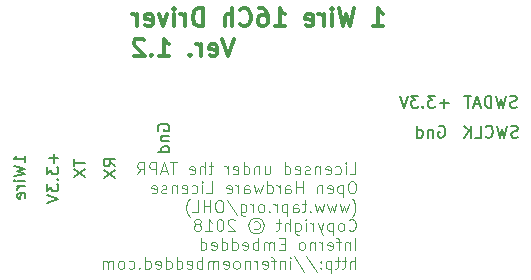
<source format=gbo>
%TF.GenerationSoftware,KiCad,Pcbnew,(5.0.1)-3*%
%TF.CreationDate,2018-12-23T10:43:27+11:00*%
%TF.ProjectId,16_Channel_SSR_Driver,31365F4368616E6E656C5F5353525F44,1.2*%
%TF.SameCoordinates,PX7c25018PY69db1f0*%
%TF.FileFunction,Legend,Bot*%
%TF.FilePolarity,Positive*%
%FSLAX46Y46*%
G04 Gerber Fmt 4.6, Leading zero omitted, Abs format (unit mm)*
G04 Created by KiCad (PCBNEW (5.0.1)-3) date 23/12/2018 10:43:27 AM*
%MOMM*%
%LPD*%
G01*
G04 APERTURE LIST*
%ADD10C,0.150000*%
%ADD11C,0.300000*%
%ADD12C,0.100000*%
G04 APERTURE END LIST*
D10*
X44552904Y-21994761D02*
X44410047Y-22042380D01*
X44171952Y-22042380D01*
X44076714Y-21994761D01*
X44029095Y-21947142D01*
X43981476Y-21851904D01*
X43981476Y-21756666D01*
X44029095Y-21661428D01*
X44076714Y-21613809D01*
X44171952Y-21566190D01*
X44362428Y-21518571D01*
X44457666Y-21470952D01*
X44505285Y-21423333D01*
X44552904Y-21328095D01*
X44552904Y-21232857D01*
X44505285Y-21137619D01*
X44457666Y-21090000D01*
X44362428Y-21042380D01*
X44124333Y-21042380D01*
X43981476Y-21090000D01*
X43648142Y-21042380D02*
X43410047Y-22042380D01*
X43219571Y-21328095D01*
X43029095Y-22042380D01*
X42791000Y-21042380D01*
X41838619Y-21947142D02*
X41886238Y-21994761D01*
X42029095Y-22042380D01*
X42124333Y-22042380D01*
X42267190Y-21994761D01*
X42362428Y-21899523D01*
X42410047Y-21804285D01*
X42457666Y-21613809D01*
X42457666Y-21470952D01*
X42410047Y-21280476D01*
X42362428Y-21185238D01*
X42267190Y-21090000D01*
X42124333Y-21042380D01*
X42029095Y-21042380D01*
X41886238Y-21090000D01*
X41838619Y-21137619D01*
X40933857Y-22042380D02*
X41410047Y-22042380D01*
X41410047Y-21042380D01*
X40600523Y-22042380D02*
X40600523Y-21042380D01*
X40029095Y-22042380D02*
X40457666Y-21470952D01*
X40029095Y-21042380D02*
X40600523Y-21613809D01*
X44457666Y-19454761D02*
X44314809Y-19502380D01*
X44076714Y-19502380D01*
X43981476Y-19454761D01*
X43933857Y-19407142D01*
X43886238Y-19311904D01*
X43886238Y-19216666D01*
X43933857Y-19121428D01*
X43981476Y-19073809D01*
X44076714Y-19026190D01*
X44267190Y-18978571D01*
X44362428Y-18930952D01*
X44410047Y-18883333D01*
X44457666Y-18788095D01*
X44457666Y-18692857D01*
X44410047Y-18597619D01*
X44362428Y-18550000D01*
X44267190Y-18502380D01*
X44029095Y-18502380D01*
X43886238Y-18550000D01*
X43552904Y-18502380D02*
X43314809Y-19502380D01*
X43124333Y-18788095D01*
X42933857Y-19502380D01*
X42695761Y-18502380D01*
X42314809Y-19502380D02*
X42314809Y-18502380D01*
X42076714Y-18502380D01*
X41933857Y-18550000D01*
X41838619Y-18645238D01*
X41791000Y-18740476D01*
X41743380Y-18930952D01*
X41743380Y-19073809D01*
X41791000Y-19264285D01*
X41838619Y-19359523D01*
X41933857Y-19454761D01*
X42076714Y-19502380D01*
X42314809Y-19502380D01*
X41362428Y-19216666D02*
X40886238Y-19216666D01*
X41457666Y-19502380D02*
X41124333Y-18502380D01*
X40791000Y-19502380D01*
X40600523Y-18502380D02*
X40029095Y-18502380D01*
X40314809Y-19502380D02*
X40314809Y-18502380D01*
X38703000Y-19121428D02*
X37941095Y-19121428D01*
X38322047Y-19502380D02*
X38322047Y-18740476D01*
X37560142Y-18502380D02*
X36941095Y-18502380D01*
X37274428Y-18883333D01*
X37131571Y-18883333D01*
X37036333Y-18930952D01*
X36988714Y-18978571D01*
X36941095Y-19073809D01*
X36941095Y-19311904D01*
X36988714Y-19407142D01*
X37036333Y-19454761D01*
X37131571Y-19502380D01*
X37417285Y-19502380D01*
X37512523Y-19454761D01*
X37560142Y-19407142D01*
X36512523Y-19407142D02*
X36464904Y-19454761D01*
X36512523Y-19502380D01*
X36560142Y-19454761D01*
X36512523Y-19407142D01*
X36512523Y-19502380D01*
X36131571Y-18502380D02*
X35512523Y-18502380D01*
X35845857Y-18883333D01*
X35703000Y-18883333D01*
X35607761Y-18930952D01*
X35560142Y-18978571D01*
X35512523Y-19073809D01*
X35512523Y-19311904D01*
X35560142Y-19407142D01*
X35607761Y-19454761D01*
X35703000Y-19502380D01*
X35988714Y-19502380D01*
X36083952Y-19454761D01*
X36131571Y-19407142D01*
X35226809Y-18502380D02*
X34893476Y-19502380D01*
X34560142Y-18502380D01*
X37853857Y-21090000D02*
X37949095Y-21042380D01*
X38091952Y-21042380D01*
X38234809Y-21090000D01*
X38330047Y-21185238D01*
X38377666Y-21280476D01*
X38425285Y-21470952D01*
X38425285Y-21613809D01*
X38377666Y-21804285D01*
X38330047Y-21899523D01*
X38234809Y-21994761D01*
X38091952Y-22042380D01*
X37996714Y-22042380D01*
X37853857Y-21994761D01*
X37806238Y-21947142D01*
X37806238Y-21613809D01*
X37996714Y-21613809D01*
X37377666Y-21375714D02*
X37377666Y-22042380D01*
X37377666Y-21470952D02*
X37330047Y-21423333D01*
X37234809Y-21375714D01*
X37091952Y-21375714D01*
X36996714Y-21423333D01*
X36949095Y-21518571D01*
X36949095Y-22042380D01*
X36044333Y-22042380D02*
X36044333Y-21042380D01*
X36044333Y-21994761D02*
X36139571Y-22042380D01*
X36330047Y-22042380D01*
X36425285Y-21994761D01*
X36472904Y-21947142D01*
X36520523Y-21851904D01*
X36520523Y-21566190D01*
X36472904Y-21470952D01*
X36425285Y-21423333D01*
X36330047Y-21375714D01*
X36139571Y-21375714D01*
X36044333Y-21423333D01*
X2865380Y-24138095D02*
X2865380Y-23566666D01*
X2865380Y-23852380D02*
X1865380Y-23852380D01*
X2008238Y-23757142D01*
X2103476Y-23661904D01*
X2151095Y-23566666D01*
X1865380Y-24471428D02*
X2865380Y-24709523D01*
X2151095Y-24900000D01*
X2865380Y-25090476D01*
X1865380Y-25328571D01*
X2865380Y-25709523D02*
X2198714Y-25709523D01*
X1865380Y-25709523D02*
X1913000Y-25661904D01*
X1960619Y-25709523D01*
X1913000Y-25757142D01*
X1865380Y-25709523D01*
X1960619Y-25709523D01*
X2865380Y-26185714D02*
X2198714Y-26185714D01*
X2389190Y-26185714D02*
X2293952Y-26233333D01*
X2246333Y-26280952D01*
X2198714Y-26376190D01*
X2198714Y-26471428D01*
X2817761Y-27185714D02*
X2865380Y-27090476D01*
X2865380Y-26900000D01*
X2817761Y-26804761D01*
X2722523Y-26757142D01*
X2341571Y-26757142D01*
X2246333Y-26804761D01*
X2198714Y-26900000D01*
X2198714Y-27090476D01*
X2246333Y-27185714D01*
X2341571Y-27233333D01*
X2436809Y-27233333D01*
X2532047Y-26757142D01*
X5278428Y-23400000D02*
X5278428Y-24161904D01*
X5659380Y-23780952D02*
X4897476Y-23780952D01*
X4659380Y-24542857D02*
X4659380Y-25161904D01*
X5040333Y-24828571D01*
X5040333Y-24971428D01*
X5087952Y-25066666D01*
X5135571Y-25114285D01*
X5230809Y-25161904D01*
X5468904Y-25161904D01*
X5564142Y-25114285D01*
X5611761Y-25066666D01*
X5659380Y-24971428D01*
X5659380Y-24685714D01*
X5611761Y-24590476D01*
X5564142Y-24542857D01*
X5564142Y-25590476D02*
X5611761Y-25638095D01*
X5659380Y-25590476D01*
X5611761Y-25542857D01*
X5564142Y-25590476D01*
X5659380Y-25590476D01*
X4659380Y-25971428D02*
X4659380Y-26590476D01*
X5040333Y-26257142D01*
X5040333Y-26400000D01*
X5087952Y-26495238D01*
X5135571Y-26542857D01*
X5230809Y-26590476D01*
X5468904Y-26590476D01*
X5564142Y-26542857D01*
X5611761Y-26495238D01*
X5659380Y-26400000D01*
X5659380Y-26114285D01*
X5611761Y-26019047D01*
X5564142Y-25971428D01*
X4659380Y-26876190D02*
X5659380Y-27209523D01*
X4659380Y-27542857D01*
X6945380Y-23876095D02*
X6945380Y-24447523D01*
X7945380Y-24161809D02*
X6945380Y-24161809D01*
X6945380Y-24685619D02*
X7945380Y-25352285D01*
X6945380Y-25352285D02*
X7945380Y-24685619D01*
X10485380Y-24471333D02*
X10009190Y-24138000D01*
X10485380Y-23899904D02*
X9485380Y-23899904D01*
X9485380Y-24280857D01*
X9533000Y-24376095D01*
X9580619Y-24423714D01*
X9675857Y-24471333D01*
X9818714Y-24471333D01*
X9913952Y-24423714D01*
X9961571Y-24376095D01*
X10009190Y-24280857D01*
X10009190Y-23899904D01*
X9485380Y-24804666D02*
X10485380Y-25471333D01*
X9485380Y-25471333D02*
X10485380Y-24804666D01*
X14105000Y-21455142D02*
X14057380Y-21359904D01*
X14057380Y-21217047D01*
X14105000Y-21074190D01*
X14200238Y-20978952D01*
X14295476Y-20931333D01*
X14485952Y-20883714D01*
X14628809Y-20883714D01*
X14819285Y-20931333D01*
X14914523Y-20978952D01*
X15009761Y-21074190D01*
X15057380Y-21217047D01*
X15057380Y-21312285D01*
X15009761Y-21455142D01*
X14962142Y-21502761D01*
X14628809Y-21502761D01*
X14628809Y-21312285D01*
X14390714Y-21931333D02*
X15057380Y-21931333D01*
X14485952Y-21931333D02*
X14438333Y-21978952D01*
X14390714Y-22074190D01*
X14390714Y-22217047D01*
X14438333Y-22312285D01*
X14533571Y-22359904D01*
X15057380Y-22359904D01*
X15057380Y-23264666D02*
X14057380Y-23264666D01*
X15009761Y-23264666D02*
X15057380Y-23169428D01*
X15057380Y-22978952D01*
X15009761Y-22883714D01*
X14962142Y-22836095D01*
X14866904Y-22788476D01*
X14581190Y-22788476D01*
X14485952Y-22836095D01*
X14438333Y-22883714D01*
X14390714Y-22978952D01*
X14390714Y-23169428D01*
X14438333Y-23264666D01*
D11*
X32323428Y-12611571D02*
X33180571Y-12611571D01*
X32752000Y-12611571D02*
X32752000Y-11111571D01*
X32894857Y-11325857D01*
X33037714Y-11468714D01*
X33180571Y-11540142D01*
X30680571Y-11111571D02*
X30323428Y-12611571D01*
X30037714Y-11540142D01*
X29752000Y-12611571D01*
X29394857Y-11111571D01*
X28823428Y-12611571D02*
X28823428Y-11611571D01*
X28823428Y-11111571D02*
X28894857Y-11183000D01*
X28823428Y-11254428D01*
X28752000Y-11183000D01*
X28823428Y-11111571D01*
X28823428Y-11254428D01*
X28109142Y-12611571D02*
X28109142Y-11611571D01*
X28109142Y-11897285D02*
X28037714Y-11754428D01*
X27966285Y-11683000D01*
X27823428Y-11611571D01*
X27680571Y-11611571D01*
X26609142Y-12540142D02*
X26752000Y-12611571D01*
X27037714Y-12611571D01*
X27180571Y-12540142D01*
X27252000Y-12397285D01*
X27252000Y-11825857D01*
X27180571Y-11683000D01*
X27037714Y-11611571D01*
X26752000Y-11611571D01*
X26609142Y-11683000D01*
X26537714Y-11825857D01*
X26537714Y-11968714D01*
X27252000Y-12111571D01*
X23966285Y-12611571D02*
X24823428Y-12611571D01*
X24394857Y-12611571D02*
X24394857Y-11111571D01*
X24537714Y-11325857D01*
X24680571Y-11468714D01*
X24823428Y-11540142D01*
X22680571Y-11111571D02*
X22966285Y-11111571D01*
X23109142Y-11183000D01*
X23180571Y-11254428D01*
X23323428Y-11468714D01*
X23394857Y-11754428D01*
X23394857Y-12325857D01*
X23323428Y-12468714D01*
X23252000Y-12540142D01*
X23109142Y-12611571D01*
X22823428Y-12611571D01*
X22680571Y-12540142D01*
X22609142Y-12468714D01*
X22537714Y-12325857D01*
X22537714Y-11968714D01*
X22609142Y-11825857D01*
X22680571Y-11754428D01*
X22823428Y-11683000D01*
X23109142Y-11683000D01*
X23252000Y-11754428D01*
X23323428Y-11825857D01*
X23394857Y-11968714D01*
X21037714Y-12468714D02*
X21109142Y-12540142D01*
X21323428Y-12611571D01*
X21466285Y-12611571D01*
X21680571Y-12540142D01*
X21823428Y-12397285D01*
X21894857Y-12254428D01*
X21966285Y-11968714D01*
X21966285Y-11754428D01*
X21894857Y-11468714D01*
X21823428Y-11325857D01*
X21680571Y-11183000D01*
X21466285Y-11111571D01*
X21323428Y-11111571D01*
X21109142Y-11183000D01*
X21037714Y-11254428D01*
X20394857Y-12611571D02*
X20394857Y-11111571D01*
X19752000Y-12611571D02*
X19752000Y-11825857D01*
X19823428Y-11683000D01*
X19966285Y-11611571D01*
X20180571Y-11611571D01*
X20323428Y-11683000D01*
X20394857Y-11754428D01*
X17894857Y-12611571D02*
X17894857Y-11111571D01*
X17537714Y-11111571D01*
X17323428Y-11183000D01*
X17180571Y-11325857D01*
X17109142Y-11468714D01*
X17037714Y-11754428D01*
X17037714Y-11968714D01*
X17109142Y-12254428D01*
X17180571Y-12397285D01*
X17323428Y-12540142D01*
X17537714Y-12611571D01*
X17894857Y-12611571D01*
X16394857Y-12611571D02*
X16394857Y-11611571D01*
X16394857Y-11897285D02*
X16323428Y-11754428D01*
X16252000Y-11683000D01*
X16109142Y-11611571D01*
X15966285Y-11611571D01*
X15466285Y-12611571D02*
X15466285Y-11611571D01*
X15466285Y-11111571D02*
X15537714Y-11183000D01*
X15466285Y-11254428D01*
X15394857Y-11183000D01*
X15466285Y-11111571D01*
X15466285Y-11254428D01*
X14894857Y-11611571D02*
X14537714Y-12611571D01*
X14180571Y-11611571D01*
X13037714Y-12540142D02*
X13180571Y-12611571D01*
X13466285Y-12611571D01*
X13609142Y-12540142D01*
X13680571Y-12397285D01*
X13680571Y-11825857D01*
X13609142Y-11683000D01*
X13466285Y-11611571D01*
X13180571Y-11611571D01*
X13037714Y-11683000D01*
X12966285Y-11825857D01*
X12966285Y-11968714D01*
X13680571Y-12111571D01*
X12323428Y-12611571D02*
X12323428Y-11611571D01*
X12323428Y-11897285D02*
X12252000Y-11754428D01*
X12180571Y-11683000D01*
X12037714Y-11611571D01*
X11894857Y-11611571D01*
X20537714Y-13661571D02*
X20037714Y-15161571D01*
X19537714Y-13661571D01*
X18466285Y-15090142D02*
X18609142Y-15161571D01*
X18894857Y-15161571D01*
X19037714Y-15090142D01*
X19109142Y-14947285D01*
X19109142Y-14375857D01*
X19037714Y-14233000D01*
X18894857Y-14161571D01*
X18609142Y-14161571D01*
X18466285Y-14233000D01*
X18394857Y-14375857D01*
X18394857Y-14518714D01*
X19109142Y-14661571D01*
X17752000Y-15161571D02*
X17752000Y-14161571D01*
X17752000Y-14447285D02*
X17680571Y-14304428D01*
X17609142Y-14233000D01*
X17466285Y-14161571D01*
X17323428Y-14161571D01*
X16823428Y-15018714D02*
X16752000Y-15090142D01*
X16823428Y-15161571D01*
X16894857Y-15090142D01*
X16823428Y-15018714D01*
X16823428Y-15161571D01*
X14180571Y-15161571D02*
X15037714Y-15161571D01*
X14609142Y-15161571D02*
X14609142Y-13661571D01*
X14752000Y-13875857D01*
X14894857Y-14018714D01*
X15037714Y-14090142D01*
X13537714Y-15018714D02*
X13466285Y-15090142D01*
X13537714Y-15161571D01*
X13609142Y-15090142D01*
X13537714Y-15018714D01*
X13537714Y-15161571D01*
X12894857Y-13804428D02*
X12823428Y-13733000D01*
X12680571Y-13661571D01*
X12323428Y-13661571D01*
X12180571Y-13733000D01*
X12109142Y-13804428D01*
X12037714Y-13947285D01*
X12037714Y-14090142D01*
X12109142Y-14304428D01*
X12966285Y-15161571D01*
X12037714Y-15161571D01*
D12*
X30335714Y-25154380D02*
X30811904Y-25154380D01*
X30811904Y-24154380D01*
X30002380Y-25154380D02*
X30002380Y-24487714D01*
X30002380Y-24154380D02*
X30050000Y-24202000D01*
X30002380Y-24249619D01*
X29954761Y-24202000D01*
X30002380Y-24154380D01*
X30002380Y-24249619D01*
X29097619Y-25106761D02*
X29192857Y-25154380D01*
X29383333Y-25154380D01*
X29478571Y-25106761D01*
X29526190Y-25059142D01*
X29573809Y-24963904D01*
X29573809Y-24678190D01*
X29526190Y-24582952D01*
X29478571Y-24535333D01*
X29383333Y-24487714D01*
X29192857Y-24487714D01*
X29097619Y-24535333D01*
X28288095Y-25106761D02*
X28383333Y-25154380D01*
X28573809Y-25154380D01*
X28669047Y-25106761D01*
X28716666Y-25011523D01*
X28716666Y-24630571D01*
X28669047Y-24535333D01*
X28573809Y-24487714D01*
X28383333Y-24487714D01*
X28288095Y-24535333D01*
X28240476Y-24630571D01*
X28240476Y-24725809D01*
X28716666Y-24821047D01*
X27811904Y-24487714D02*
X27811904Y-25154380D01*
X27811904Y-24582952D02*
X27764285Y-24535333D01*
X27669047Y-24487714D01*
X27526190Y-24487714D01*
X27430952Y-24535333D01*
X27383333Y-24630571D01*
X27383333Y-25154380D01*
X26954761Y-25106761D02*
X26859523Y-25154380D01*
X26669047Y-25154380D01*
X26573809Y-25106761D01*
X26526190Y-25011523D01*
X26526190Y-24963904D01*
X26573809Y-24868666D01*
X26669047Y-24821047D01*
X26811904Y-24821047D01*
X26907142Y-24773428D01*
X26954761Y-24678190D01*
X26954761Y-24630571D01*
X26907142Y-24535333D01*
X26811904Y-24487714D01*
X26669047Y-24487714D01*
X26573809Y-24535333D01*
X25716666Y-25106761D02*
X25811904Y-25154380D01*
X26002380Y-25154380D01*
X26097619Y-25106761D01*
X26145238Y-25011523D01*
X26145238Y-24630571D01*
X26097619Y-24535333D01*
X26002380Y-24487714D01*
X25811904Y-24487714D01*
X25716666Y-24535333D01*
X25669047Y-24630571D01*
X25669047Y-24725809D01*
X26145238Y-24821047D01*
X24811904Y-25154380D02*
X24811904Y-24154380D01*
X24811904Y-25106761D02*
X24907142Y-25154380D01*
X25097619Y-25154380D01*
X25192857Y-25106761D01*
X25240476Y-25059142D01*
X25288095Y-24963904D01*
X25288095Y-24678190D01*
X25240476Y-24582952D01*
X25192857Y-24535333D01*
X25097619Y-24487714D01*
X24907142Y-24487714D01*
X24811904Y-24535333D01*
X23145238Y-24487714D02*
X23145238Y-25154380D01*
X23573809Y-24487714D02*
X23573809Y-25011523D01*
X23526190Y-25106761D01*
X23430952Y-25154380D01*
X23288095Y-25154380D01*
X23192857Y-25106761D01*
X23145238Y-25059142D01*
X22669047Y-24487714D02*
X22669047Y-25154380D01*
X22669047Y-24582952D02*
X22621428Y-24535333D01*
X22526190Y-24487714D01*
X22383333Y-24487714D01*
X22288095Y-24535333D01*
X22240476Y-24630571D01*
X22240476Y-25154380D01*
X21335714Y-25154380D02*
X21335714Y-24154380D01*
X21335714Y-25106761D02*
X21430952Y-25154380D01*
X21621428Y-25154380D01*
X21716666Y-25106761D01*
X21764285Y-25059142D01*
X21811904Y-24963904D01*
X21811904Y-24678190D01*
X21764285Y-24582952D01*
X21716666Y-24535333D01*
X21621428Y-24487714D01*
X21430952Y-24487714D01*
X21335714Y-24535333D01*
X20478571Y-25106761D02*
X20573809Y-25154380D01*
X20764285Y-25154380D01*
X20859523Y-25106761D01*
X20907142Y-25011523D01*
X20907142Y-24630571D01*
X20859523Y-24535333D01*
X20764285Y-24487714D01*
X20573809Y-24487714D01*
X20478571Y-24535333D01*
X20430952Y-24630571D01*
X20430952Y-24725809D01*
X20907142Y-24821047D01*
X20002380Y-25154380D02*
X20002380Y-24487714D01*
X20002380Y-24678190D02*
X19954761Y-24582952D01*
X19907142Y-24535333D01*
X19811904Y-24487714D01*
X19716666Y-24487714D01*
X18764285Y-24487714D02*
X18383333Y-24487714D01*
X18621428Y-24154380D02*
X18621428Y-25011523D01*
X18573809Y-25106761D01*
X18478571Y-25154380D01*
X18383333Y-25154380D01*
X18050000Y-25154380D02*
X18050000Y-24154380D01*
X17621428Y-25154380D02*
X17621428Y-24630571D01*
X17669047Y-24535333D01*
X17764285Y-24487714D01*
X17907142Y-24487714D01*
X18002380Y-24535333D01*
X18050000Y-24582952D01*
X16764285Y-25106761D02*
X16859523Y-25154380D01*
X17050000Y-25154380D01*
X17145238Y-25106761D01*
X17192857Y-25011523D01*
X17192857Y-24630571D01*
X17145238Y-24535333D01*
X17050000Y-24487714D01*
X16859523Y-24487714D01*
X16764285Y-24535333D01*
X16716666Y-24630571D01*
X16716666Y-24725809D01*
X17192857Y-24821047D01*
X15669047Y-24154380D02*
X15097619Y-24154380D01*
X15383333Y-25154380D02*
X15383333Y-24154380D01*
X14811904Y-24868666D02*
X14335714Y-24868666D01*
X14907142Y-25154380D02*
X14573809Y-24154380D01*
X14240476Y-25154380D01*
X13907142Y-25154380D02*
X13907142Y-24154380D01*
X13526190Y-24154380D01*
X13430952Y-24202000D01*
X13383333Y-24249619D01*
X13335714Y-24344857D01*
X13335714Y-24487714D01*
X13383333Y-24582952D01*
X13430952Y-24630571D01*
X13526190Y-24678190D01*
X13907142Y-24678190D01*
X12335714Y-25154380D02*
X12669047Y-24678190D01*
X12907142Y-25154380D02*
X12907142Y-24154380D01*
X12526190Y-24154380D01*
X12430952Y-24202000D01*
X12383333Y-24249619D01*
X12335714Y-24344857D01*
X12335714Y-24487714D01*
X12383333Y-24582952D01*
X12430952Y-24630571D01*
X12526190Y-24678190D01*
X12907142Y-24678190D01*
X30621428Y-25754380D02*
X30430952Y-25754380D01*
X30335714Y-25802000D01*
X30240476Y-25897238D01*
X30192857Y-26087714D01*
X30192857Y-26421047D01*
X30240476Y-26611523D01*
X30335714Y-26706761D01*
X30430952Y-26754380D01*
X30621428Y-26754380D01*
X30716666Y-26706761D01*
X30811904Y-26611523D01*
X30859523Y-26421047D01*
X30859523Y-26087714D01*
X30811904Y-25897238D01*
X30716666Y-25802000D01*
X30621428Y-25754380D01*
X29764285Y-26087714D02*
X29764285Y-27087714D01*
X29764285Y-26135333D02*
X29669047Y-26087714D01*
X29478571Y-26087714D01*
X29383333Y-26135333D01*
X29335714Y-26182952D01*
X29288095Y-26278190D01*
X29288095Y-26563904D01*
X29335714Y-26659142D01*
X29383333Y-26706761D01*
X29478571Y-26754380D01*
X29669047Y-26754380D01*
X29764285Y-26706761D01*
X28478571Y-26706761D02*
X28573809Y-26754380D01*
X28764285Y-26754380D01*
X28859523Y-26706761D01*
X28907142Y-26611523D01*
X28907142Y-26230571D01*
X28859523Y-26135333D01*
X28764285Y-26087714D01*
X28573809Y-26087714D01*
X28478571Y-26135333D01*
X28430952Y-26230571D01*
X28430952Y-26325809D01*
X28907142Y-26421047D01*
X28002380Y-26087714D02*
X28002380Y-26754380D01*
X28002380Y-26182952D02*
X27954761Y-26135333D01*
X27859523Y-26087714D01*
X27716666Y-26087714D01*
X27621428Y-26135333D01*
X27573809Y-26230571D01*
X27573809Y-26754380D01*
X26335714Y-26754380D02*
X26335714Y-25754380D01*
X26335714Y-26230571D02*
X25764285Y-26230571D01*
X25764285Y-26754380D02*
X25764285Y-25754380D01*
X24859523Y-26754380D02*
X24859523Y-26230571D01*
X24907142Y-26135333D01*
X25002380Y-26087714D01*
X25192857Y-26087714D01*
X25288095Y-26135333D01*
X24859523Y-26706761D02*
X24954761Y-26754380D01*
X25192857Y-26754380D01*
X25288095Y-26706761D01*
X25335714Y-26611523D01*
X25335714Y-26516285D01*
X25288095Y-26421047D01*
X25192857Y-26373428D01*
X24954761Y-26373428D01*
X24859523Y-26325809D01*
X24383333Y-26754380D02*
X24383333Y-26087714D01*
X24383333Y-26278190D02*
X24335714Y-26182952D01*
X24288095Y-26135333D01*
X24192857Y-26087714D01*
X24097619Y-26087714D01*
X23335714Y-26754380D02*
X23335714Y-25754380D01*
X23335714Y-26706761D02*
X23430952Y-26754380D01*
X23621428Y-26754380D01*
X23716666Y-26706761D01*
X23764285Y-26659142D01*
X23811904Y-26563904D01*
X23811904Y-26278190D01*
X23764285Y-26182952D01*
X23716666Y-26135333D01*
X23621428Y-26087714D01*
X23430952Y-26087714D01*
X23335714Y-26135333D01*
X22954761Y-26087714D02*
X22764285Y-26754380D01*
X22573809Y-26278190D01*
X22383333Y-26754380D01*
X22192857Y-26087714D01*
X21383333Y-26754380D02*
X21383333Y-26230571D01*
X21430952Y-26135333D01*
X21526190Y-26087714D01*
X21716666Y-26087714D01*
X21811904Y-26135333D01*
X21383333Y-26706761D02*
X21478571Y-26754380D01*
X21716666Y-26754380D01*
X21811904Y-26706761D01*
X21859523Y-26611523D01*
X21859523Y-26516285D01*
X21811904Y-26421047D01*
X21716666Y-26373428D01*
X21478571Y-26373428D01*
X21383333Y-26325809D01*
X20907142Y-26754380D02*
X20907142Y-26087714D01*
X20907142Y-26278190D02*
X20859523Y-26182952D01*
X20811904Y-26135333D01*
X20716666Y-26087714D01*
X20621428Y-26087714D01*
X19907142Y-26706761D02*
X20002380Y-26754380D01*
X20192857Y-26754380D01*
X20288095Y-26706761D01*
X20335714Y-26611523D01*
X20335714Y-26230571D01*
X20288095Y-26135333D01*
X20192857Y-26087714D01*
X20002380Y-26087714D01*
X19907142Y-26135333D01*
X19859523Y-26230571D01*
X19859523Y-26325809D01*
X20335714Y-26421047D01*
X18192857Y-26754380D02*
X18669047Y-26754380D01*
X18669047Y-25754380D01*
X17859523Y-26754380D02*
X17859523Y-26087714D01*
X17859523Y-25754380D02*
X17907142Y-25802000D01*
X17859523Y-25849619D01*
X17811904Y-25802000D01*
X17859523Y-25754380D01*
X17859523Y-25849619D01*
X16954761Y-26706761D02*
X17050000Y-26754380D01*
X17240476Y-26754380D01*
X17335714Y-26706761D01*
X17383333Y-26659142D01*
X17430952Y-26563904D01*
X17430952Y-26278190D01*
X17383333Y-26182952D01*
X17335714Y-26135333D01*
X17240476Y-26087714D01*
X17050000Y-26087714D01*
X16954761Y-26135333D01*
X16145238Y-26706761D02*
X16240476Y-26754380D01*
X16430952Y-26754380D01*
X16526190Y-26706761D01*
X16573809Y-26611523D01*
X16573809Y-26230571D01*
X16526190Y-26135333D01*
X16430952Y-26087714D01*
X16240476Y-26087714D01*
X16145238Y-26135333D01*
X16097619Y-26230571D01*
X16097619Y-26325809D01*
X16573809Y-26421047D01*
X15669047Y-26087714D02*
X15669047Y-26754380D01*
X15669047Y-26182952D02*
X15621428Y-26135333D01*
X15526190Y-26087714D01*
X15383333Y-26087714D01*
X15288095Y-26135333D01*
X15240476Y-26230571D01*
X15240476Y-26754380D01*
X14811904Y-26706761D02*
X14716666Y-26754380D01*
X14526190Y-26754380D01*
X14430952Y-26706761D01*
X14383333Y-26611523D01*
X14383333Y-26563904D01*
X14430952Y-26468666D01*
X14526190Y-26421047D01*
X14669047Y-26421047D01*
X14764285Y-26373428D01*
X14811904Y-26278190D01*
X14811904Y-26230571D01*
X14764285Y-26135333D01*
X14669047Y-26087714D01*
X14526190Y-26087714D01*
X14430952Y-26135333D01*
X13573809Y-26706761D02*
X13669047Y-26754380D01*
X13859523Y-26754380D01*
X13954761Y-26706761D01*
X14002380Y-26611523D01*
X14002380Y-26230571D01*
X13954761Y-26135333D01*
X13859523Y-26087714D01*
X13669047Y-26087714D01*
X13573809Y-26135333D01*
X13526190Y-26230571D01*
X13526190Y-26325809D01*
X14002380Y-26421047D01*
X30526190Y-28735333D02*
X30573809Y-28687714D01*
X30669047Y-28544857D01*
X30716666Y-28449619D01*
X30764285Y-28306761D01*
X30811904Y-28068666D01*
X30811904Y-27878190D01*
X30764285Y-27640095D01*
X30716666Y-27497238D01*
X30669047Y-27402000D01*
X30573809Y-27259142D01*
X30526190Y-27211523D01*
X30240476Y-27687714D02*
X30050000Y-28354380D01*
X29859523Y-27878190D01*
X29669047Y-28354380D01*
X29478571Y-27687714D01*
X29192857Y-27687714D02*
X29002380Y-28354380D01*
X28811904Y-27878190D01*
X28621428Y-28354380D01*
X28430952Y-27687714D01*
X28145238Y-27687714D02*
X27954761Y-28354380D01*
X27764285Y-27878190D01*
X27573809Y-28354380D01*
X27383333Y-27687714D01*
X27002380Y-28259142D02*
X26954761Y-28306761D01*
X27002380Y-28354380D01*
X27050000Y-28306761D01*
X27002380Y-28259142D01*
X27002380Y-28354380D01*
X26669047Y-27687714D02*
X26288095Y-27687714D01*
X26526190Y-27354380D02*
X26526190Y-28211523D01*
X26478571Y-28306761D01*
X26383333Y-28354380D01*
X26288095Y-28354380D01*
X25526190Y-28354380D02*
X25526190Y-27830571D01*
X25573809Y-27735333D01*
X25669047Y-27687714D01*
X25859523Y-27687714D01*
X25954761Y-27735333D01*
X25526190Y-28306761D02*
X25621428Y-28354380D01*
X25859523Y-28354380D01*
X25954761Y-28306761D01*
X26002380Y-28211523D01*
X26002380Y-28116285D01*
X25954761Y-28021047D01*
X25859523Y-27973428D01*
X25621428Y-27973428D01*
X25526190Y-27925809D01*
X25050000Y-27687714D02*
X25050000Y-28687714D01*
X25050000Y-27735333D02*
X24954761Y-27687714D01*
X24764285Y-27687714D01*
X24669047Y-27735333D01*
X24621428Y-27782952D01*
X24573809Y-27878190D01*
X24573809Y-28163904D01*
X24621428Y-28259142D01*
X24669047Y-28306761D01*
X24764285Y-28354380D01*
X24954761Y-28354380D01*
X25050000Y-28306761D01*
X24145238Y-28354380D02*
X24145238Y-27687714D01*
X24145238Y-27878190D02*
X24097619Y-27782952D01*
X24050000Y-27735333D01*
X23954761Y-27687714D01*
X23859523Y-27687714D01*
X23526190Y-28259142D02*
X23478571Y-28306761D01*
X23526190Y-28354380D01*
X23573809Y-28306761D01*
X23526190Y-28259142D01*
X23526190Y-28354380D01*
X22907142Y-28354380D02*
X23002380Y-28306761D01*
X23050000Y-28259142D01*
X23097619Y-28163904D01*
X23097619Y-27878190D01*
X23050000Y-27782952D01*
X23002380Y-27735333D01*
X22907142Y-27687714D01*
X22764285Y-27687714D01*
X22669047Y-27735333D01*
X22621428Y-27782952D01*
X22573809Y-27878190D01*
X22573809Y-28163904D01*
X22621428Y-28259142D01*
X22669047Y-28306761D01*
X22764285Y-28354380D01*
X22907142Y-28354380D01*
X22145238Y-28354380D02*
X22145238Y-27687714D01*
X22145238Y-27878190D02*
X22097619Y-27782952D01*
X22050000Y-27735333D01*
X21954761Y-27687714D01*
X21859523Y-27687714D01*
X21097619Y-27687714D02*
X21097619Y-28497238D01*
X21145238Y-28592476D01*
X21192857Y-28640095D01*
X21288095Y-28687714D01*
X21430952Y-28687714D01*
X21526190Y-28640095D01*
X21097619Y-28306761D02*
X21192857Y-28354380D01*
X21383333Y-28354380D01*
X21478571Y-28306761D01*
X21526190Y-28259142D01*
X21573809Y-28163904D01*
X21573809Y-27878190D01*
X21526190Y-27782952D01*
X21478571Y-27735333D01*
X21383333Y-27687714D01*
X21192857Y-27687714D01*
X21097619Y-27735333D01*
X19907142Y-27306761D02*
X20764285Y-28592476D01*
X19383333Y-27354380D02*
X19192857Y-27354380D01*
X19097619Y-27402000D01*
X19002380Y-27497238D01*
X18954761Y-27687714D01*
X18954761Y-28021047D01*
X19002380Y-28211523D01*
X19097619Y-28306761D01*
X19192857Y-28354380D01*
X19383333Y-28354380D01*
X19478571Y-28306761D01*
X19573809Y-28211523D01*
X19621428Y-28021047D01*
X19621428Y-27687714D01*
X19573809Y-27497238D01*
X19478571Y-27402000D01*
X19383333Y-27354380D01*
X18526190Y-28354380D02*
X18526190Y-27354380D01*
X18526190Y-27830571D02*
X17954761Y-27830571D01*
X17954761Y-28354380D02*
X17954761Y-27354380D01*
X17002380Y-28354380D02*
X17478571Y-28354380D01*
X17478571Y-27354380D01*
X16764285Y-28735333D02*
X16716666Y-28687714D01*
X16621428Y-28544857D01*
X16573809Y-28449619D01*
X16526190Y-28306761D01*
X16478571Y-28068666D01*
X16478571Y-27878190D01*
X16526190Y-27640095D01*
X16573809Y-27497238D01*
X16621428Y-27402000D01*
X16716666Y-27259142D01*
X16764285Y-27211523D01*
X30240476Y-29859142D02*
X30288095Y-29906761D01*
X30430952Y-29954380D01*
X30526190Y-29954380D01*
X30669047Y-29906761D01*
X30764285Y-29811523D01*
X30811904Y-29716285D01*
X30859523Y-29525809D01*
X30859523Y-29382952D01*
X30811904Y-29192476D01*
X30764285Y-29097238D01*
X30669047Y-29002000D01*
X30526190Y-28954380D01*
X30430952Y-28954380D01*
X30288095Y-29002000D01*
X30240476Y-29049619D01*
X29669047Y-29954380D02*
X29764285Y-29906761D01*
X29811904Y-29859142D01*
X29859523Y-29763904D01*
X29859523Y-29478190D01*
X29811904Y-29382952D01*
X29764285Y-29335333D01*
X29669047Y-29287714D01*
X29526190Y-29287714D01*
X29430952Y-29335333D01*
X29383333Y-29382952D01*
X29335714Y-29478190D01*
X29335714Y-29763904D01*
X29383333Y-29859142D01*
X29430952Y-29906761D01*
X29526190Y-29954380D01*
X29669047Y-29954380D01*
X28907142Y-29287714D02*
X28907142Y-30287714D01*
X28907142Y-29335333D02*
X28811904Y-29287714D01*
X28621428Y-29287714D01*
X28526190Y-29335333D01*
X28478571Y-29382952D01*
X28430952Y-29478190D01*
X28430952Y-29763904D01*
X28478571Y-29859142D01*
X28526190Y-29906761D01*
X28621428Y-29954380D01*
X28811904Y-29954380D01*
X28907142Y-29906761D01*
X28097619Y-29287714D02*
X27859523Y-29954380D01*
X27621428Y-29287714D02*
X27859523Y-29954380D01*
X27954761Y-30192476D01*
X28002380Y-30240095D01*
X28097619Y-30287714D01*
X27240476Y-29954380D02*
X27240476Y-29287714D01*
X27240476Y-29478190D02*
X27192857Y-29382952D01*
X27145238Y-29335333D01*
X27050000Y-29287714D01*
X26954761Y-29287714D01*
X26621428Y-29954380D02*
X26621428Y-29287714D01*
X26621428Y-28954380D02*
X26669047Y-29002000D01*
X26621428Y-29049619D01*
X26573809Y-29002000D01*
X26621428Y-28954380D01*
X26621428Y-29049619D01*
X25716666Y-29287714D02*
X25716666Y-30097238D01*
X25764285Y-30192476D01*
X25811904Y-30240095D01*
X25907142Y-30287714D01*
X26050000Y-30287714D01*
X26145238Y-30240095D01*
X25716666Y-29906761D02*
X25811904Y-29954380D01*
X26002380Y-29954380D01*
X26097619Y-29906761D01*
X26145238Y-29859142D01*
X26192857Y-29763904D01*
X26192857Y-29478190D01*
X26145238Y-29382952D01*
X26097619Y-29335333D01*
X26002380Y-29287714D01*
X25811904Y-29287714D01*
X25716666Y-29335333D01*
X25240476Y-29954380D02*
X25240476Y-28954380D01*
X24811904Y-29954380D02*
X24811904Y-29430571D01*
X24859523Y-29335333D01*
X24954761Y-29287714D01*
X25097619Y-29287714D01*
X25192857Y-29335333D01*
X25240476Y-29382952D01*
X24478571Y-29287714D02*
X24097619Y-29287714D01*
X24335714Y-28954380D02*
X24335714Y-29811523D01*
X24288095Y-29906761D01*
X24192857Y-29954380D01*
X24097619Y-29954380D01*
X22192857Y-29192476D02*
X22288095Y-29144857D01*
X22478571Y-29144857D01*
X22573809Y-29192476D01*
X22669047Y-29287714D01*
X22716666Y-29382952D01*
X22716666Y-29573428D01*
X22669047Y-29668666D01*
X22573809Y-29763904D01*
X22478571Y-29811523D01*
X22288095Y-29811523D01*
X22192857Y-29763904D01*
X22383333Y-28811523D02*
X22621428Y-28859142D01*
X22859523Y-29002000D01*
X23002380Y-29240095D01*
X23050000Y-29478190D01*
X23002380Y-29716285D01*
X22859523Y-29954380D01*
X22621428Y-30097238D01*
X22383333Y-30144857D01*
X22145238Y-30097238D01*
X21907142Y-29954380D01*
X21764285Y-29716285D01*
X21716666Y-29478190D01*
X21764285Y-29240095D01*
X21907142Y-29002000D01*
X22145238Y-28859142D01*
X22383333Y-28811523D01*
X20573809Y-29049619D02*
X20526190Y-29002000D01*
X20430952Y-28954380D01*
X20192857Y-28954380D01*
X20097619Y-29002000D01*
X20050000Y-29049619D01*
X20002380Y-29144857D01*
X20002380Y-29240095D01*
X20050000Y-29382952D01*
X20621428Y-29954380D01*
X20002380Y-29954380D01*
X19383333Y-28954380D02*
X19288095Y-28954380D01*
X19192857Y-29002000D01*
X19145238Y-29049619D01*
X19097619Y-29144857D01*
X19050000Y-29335333D01*
X19050000Y-29573428D01*
X19097619Y-29763904D01*
X19145238Y-29859142D01*
X19192857Y-29906761D01*
X19288095Y-29954380D01*
X19383333Y-29954380D01*
X19478571Y-29906761D01*
X19526190Y-29859142D01*
X19573809Y-29763904D01*
X19621428Y-29573428D01*
X19621428Y-29335333D01*
X19573809Y-29144857D01*
X19526190Y-29049619D01*
X19478571Y-29002000D01*
X19383333Y-28954380D01*
X18097619Y-29954380D02*
X18669047Y-29954380D01*
X18383333Y-29954380D02*
X18383333Y-28954380D01*
X18478571Y-29097238D01*
X18573809Y-29192476D01*
X18669047Y-29240095D01*
X17526190Y-29382952D02*
X17621428Y-29335333D01*
X17669047Y-29287714D01*
X17716666Y-29192476D01*
X17716666Y-29144857D01*
X17669047Y-29049619D01*
X17621428Y-29002000D01*
X17526190Y-28954380D01*
X17335714Y-28954380D01*
X17240476Y-29002000D01*
X17192857Y-29049619D01*
X17145238Y-29144857D01*
X17145238Y-29192476D01*
X17192857Y-29287714D01*
X17240476Y-29335333D01*
X17335714Y-29382952D01*
X17526190Y-29382952D01*
X17621428Y-29430571D01*
X17669047Y-29478190D01*
X17716666Y-29573428D01*
X17716666Y-29763904D01*
X17669047Y-29859142D01*
X17621428Y-29906761D01*
X17526190Y-29954380D01*
X17335714Y-29954380D01*
X17240476Y-29906761D01*
X17192857Y-29859142D01*
X17145238Y-29763904D01*
X17145238Y-29573428D01*
X17192857Y-29478190D01*
X17240476Y-29430571D01*
X17335714Y-29382952D01*
X30811904Y-31554380D02*
X30811904Y-30554380D01*
X30335714Y-30887714D02*
X30335714Y-31554380D01*
X30335714Y-30982952D02*
X30288095Y-30935333D01*
X30192857Y-30887714D01*
X30050000Y-30887714D01*
X29954761Y-30935333D01*
X29907142Y-31030571D01*
X29907142Y-31554380D01*
X29573809Y-30887714D02*
X29192857Y-30887714D01*
X29430952Y-31554380D02*
X29430952Y-30697238D01*
X29383333Y-30602000D01*
X29288095Y-30554380D01*
X29192857Y-30554380D01*
X28478571Y-31506761D02*
X28573809Y-31554380D01*
X28764285Y-31554380D01*
X28859523Y-31506761D01*
X28907142Y-31411523D01*
X28907142Y-31030571D01*
X28859523Y-30935333D01*
X28764285Y-30887714D01*
X28573809Y-30887714D01*
X28478571Y-30935333D01*
X28430952Y-31030571D01*
X28430952Y-31125809D01*
X28907142Y-31221047D01*
X28002380Y-31554380D02*
X28002380Y-30887714D01*
X28002380Y-31078190D02*
X27954761Y-30982952D01*
X27907142Y-30935333D01*
X27811904Y-30887714D01*
X27716666Y-30887714D01*
X27383333Y-30887714D02*
X27383333Y-31554380D01*
X27383333Y-30982952D02*
X27335714Y-30935333D01*
X27240476Y-30887714D01*
X27097619Y-30887714D01*
X27002380Y-30935333D01*
X26954761Y-31030571D01*
X26954761Y-31554380D01*
X26335714Y-31554380D02*
X26430952Y-31506761D01*
X26478571Y-31459142D01*
X26526190Y-31363904D01*
X26526190Y-31078190D01*
X26478571Y-30982952D01*
X26430952Y-30935333D01*
X26335714Y-30887714D01*
X26192857Y-30887714D01*
X26097619Y-30935333D01*
X26050000Y-30982952D01*
X26002380Y-31078190D01*
X26002380Y-31363904D01*
X26050000Y-31459142D01*
X26097619Y-31506761D01*
X26192857Y-31554380D01*
X26335714Y-31554380D01*
X24811904Y-31030571D02*
X24478571Y-31030571D01*
X24335714Y-31554380D02*
X24811904Y-31554380D01*
X24811904Y-30554380D01*
X24335714Y-30554380D01*
X23907142Y-31554380D02*
X23907142Y-30887714D01*
X23907142Y-30982952D02*
X23859523Y-30935333D01*
X23764285Y-30887714D01*
X23621428Y-30887714D01*
X23526190Y-30935333D01*
X23478571Y-31030571D01*
X23478571Y-31554380D01*
X23478571Y-31030571D02*
X23430952Y-30935333D01*
X23335714Y-30887714D01*
X23192857Y-30887714D01*
X23097619Y-30935333D01*
X23050000Y-31030571D01*
X23050000Y-31554380D01*
X22573809Y-31554380D02*
X22573809Y-30554380D01*
X22573809Y-30935333D02*
X22478571Y-30887714D01*
X22288095Y-30887714D01*
X22192857Y-30935333D01*
X22145238Y-30982952D01*
X22097619Y-31078190D01*
X22097619Y-31363904D01*
X22145238Y-31459142D01*
X22192857Y-31506761D01*
X22288095Y-31554380D01*
X22478571Y-31554380D01*
X22573809Y-31506761D01*
X21288095Y-31506761D02*
X21383333Y-31554380D01*
X21573809Y-31554380D01*
X21669047Y-31506761D01*
X21716666Y-31411523D01*
X21716666Y-31030571D01*
X21669047Y-30935333D01*
X21573809Y-30887714D01*
X21383333Y-30887714D01*
X21288095Y-30935333D01*
X21240476Y-31030571D01*
X21240476Y-31125809D01*
X21716666Y-31221047D01*
X20383333Y-31554380D02*
X20383333Y-30554380D01*
X20383333Y-31506761D02*
X20478571Y-31554380D01*
X20669047Y-31554380D01*
X20764285Y-31506761D01*
X20811904Y-31459142D01*
X20859523Y-31363904D01*
X20859523Y-31078190D01*
X20811904Y-30982952D01*
X20764285Y-30935333D01*
X20669047Y-30887714D01*
X20478571Y-30887714D01*
X20383333Y-30935333D01*
X19478571Y-31554380D02*
X19478571Y-30554380D01*
X19478571Y-31506761D02*
X19573809Y-31554380D01*
X19764285Y-31554380D01*
X19859523Y-31506761D01*
X19907142Y-31459142D01*
X19954761Y-31363904D01*
X19954761Y-31078190D01*
X19907142Y-30982952D01*
X19859523Y-30935333D01*
X19764285Y-30887714D01*
X19573809Y-30887714D01*
X19478571Y-30935333D01*
X18621428Y-31506761D02*
X18716666Y-31554380D01*
X18907142Y-31554380D01*
X19002380Y-31506761D01*
X19050000Y-31411523D01*
X19050000Y-31030571D01*
X19002380Y-30935333D01*
X18907142Y-30887714D01*
X18716666Y-30887714D01*
X18621428Y-30935333D01*
X18573809Y-31030571D01*
X18573809Y-31125809D01*
X19050000Y-31221047D01*
X17716666Y-31554380D02*
X17716666Y-30554380D01*
X17716666Y-31506761D02*
X17811904Y-31554380D01*
X18002380Y-31554380D01*
X18097619Y-31506761D01*
X18145238Y-31459142D01*
X18192857Y-31363904D01*
X18192857Y-31078190D01*
X18145238Y-30982952D01*
X18097619Y-30935333D01*
X18002380Y-30887714D01*
X17811904Y-30887714D01*
X17716666Y-30935333D01*
X30811904Y-33154380D02*
X30811904Y-32154380D01*
X30383333Y-33154380D02*
X30383333Y-32630571D01*
X30430952Y-32535333D01*
X30526190Y-32487714D01*
X30669047Y-32487714D01*
X30764285Y-32535333D01*
X30811904Y-32582952D01*
X30050000Y-32487714D02*
X29669047Y-32487714D01*
X29907142Y-32154380D02*
X29907142Y-33011523D01*
X29859523Y-33106761D01*
X29764285Y-33154380D01*
X29669047Y-33154380D01*
X29478571Y-32487714D02*
X29097619Y-32487714D01*
X29335714Y-32154380D02*
X29335714Y-33011523D01*
X29288095Y-33106761D01*
X29192857Y-33154380D01*
X29097619Y-33154380D01*
X28764285Y-32487714D02*
X28764285Y-33487714D01*
X28764285Y-32535333D02*
X28669047Y-32487714D01*
X28478571Y-32487714D01*
X28383333Y-32535333D01*
X28335714Y-32582952D01*
X28288095Y-32678190D01*
X28288095Y-32963904D01*
X28335714Y-33059142D01*
X28383333Y-33106761D01*
X28478571Y-33154380D01*
X28669047Y-33154380D01*
X28764285Y-33106761D01*
X27859523Y-33059142D02*
X27811904Y-33106761D01*
X27859523Y-33154380D01*
X27907142Y-33106761D01*
X27859523Y-33059142D01*
X27859523Y-33154380D01*
X27859523Y-32535333D02*
X27811904Y-32582952D01*
X27859523Y-32630571D01*
X27907142Y-32582952D01*
X27859523Y-32535333D01*
X27859523Y-32630571D01*
X26669047Y-32106761D02*
X27526190Y-33392476D01*
X25621428Y-32106761D02*
X26478571Y-33392476D01*
X25288095Y-33154380D02*
X25288095Y-32487714D01*
X25288095Y-32154380D02*
X25335714Y-32202000D01*
X25288095Y-32249619D01*
X25240476Y-32202000D01*
X25288095Y-32154380D01*
X25288095Y-32249619D01*
X24811904Y-32487714D02*
X24811904Y-33154380D01*
X24811904Y-32582952D02*
X24764285Y-32535333D01*
X24669047Y-32487714D01*
X24526190Y-32487714D01*
X24430952Y-32535333D01*
X24383333Y-32630571D01*
X24383333Y-33154380D01*
X24050000Y-32487714D02*
X23669047Y-32487714D01*
X23907142Y-33154380D02*
X23907142Y-32297238D01*
X23859523Y-32202000D01*
X23764285Y-32154380D01*
X23669047Y-32154380D01*
X22954761Y-33106761D02*
X23050000Y-33154380D01*
X23240476Y-33154380D01*
X23335714Y-33106761D01*
X23383333Y-33011523D01*
X23383333Y-32630571D01*
X23335714Y-32535333D01*
X23240476Y-32487714D01*
X23050000Y-32487714D01*
X22954761Y-32535333D01*
X22907142Y-32630571D01*
X22907142Y-32725809D01*
X23383333Y-32821047D01*
X22478571Y-33154380D02*
X22478571Y-32487714D01*
X22478571Y-32678190D02*
X22430952Y-32582952D01*
X22383333Y-32535333D01*
X22288095Y-32487714D01*
X22192857Y-32487714D01*
X21859523Y-32487714D02*
X21859523Y-33154380D01*
X21859523Y-32582952D02*
X21811904Y-32535333D01*
X21716666Y-32487714D01*
X21573809Y-32487714D01*
X21478571Y-32535333D01*
X21430952Y-32630571D01*
X21430952Y-33154380D01*
X20811904Y-33154380D02*
X20907142Y-33106761D01*
X20954761Y-33059142D01*
X21002380Y-32963904D01*
X21002380Y-32678190D01*
X20954761Y-32582952D01*
X20907142Y-32535333D01*
X20811904Y-32487714D01*
X20669047Y-32487714D01*
X20573809Y-32535333D01*
X20526190Y-32582952D01*
X20478571Y-32678190D01*
X20478571Y-32963904D01*
X20526190Y-33059142D01*
X20573809Y-33106761D01*
X20669047Y-33154380D01*
X20811904Y-33154380D01*
X19669047Y-33106761D02*
X19764285Y-33154380D01*
X19954761Y-33154380D01*
X20050000Y-33106761D01*
X20097619Y-33011523D01*
X20097619Y-32630571D01*
X20050000Y-32535333D01*
X19954761Y-32487714D01*
X19764285Y-32487714D01*
X19669047Y-32535333D01*
X19621428Y-32630571D01*
X19621428Y-32725809D01*
X20097619Y-32821047D01*
X19192857Y-33154380D02*
X19192857Y-32487714D01*
X19192857Y-32582952D02*
X19145238Y-32535333D01*
X19050000Y-32487714D01*
X18907142Y-32487714D01*
X18811904Y-32535333D01*
X18764285Y-32630571D01*
X18764285Y-33154380D01*
X18764285Y-32630571D02*
X18716666Y-32535333D01*
X18621428Y-32487714D01*
X18478571Y-32487714D01*
X18383333Y-32535333D01*
X18335714Y-32630571D01*
X18335714Y-33154380D01*
X17859523Y-33154380D02*
X17859523Y-32154380D01*
X17859523Y-32535333D02*
X17764285Y-32487714D01*
X17573809Y-32487714D01*
X17478571Y-32535333D01*
X17430952Y-32582952D01*
X17383333Y-32678190D01*
X17383333Y-32963904D01*
X17430952Y-33059142D01*
X17478571Y-33106761D01*
X17573809Y-33154380D01*
X17764285Y-33154380D01*
X17859523Y-33106761D01*
X16573809Y-33106761D02*
X16669047Y-33154380D01*
X16859523Y-33154380D01*
X16954761Y-33106761D01*
X17002380Y-33011523D01*
X17002380Y-32630571D01*
X16954761Y-32535333D01*
X16859523Y-32487714D01*
X16669047Y-32487714D01*
X16573809Y-32535333D01*
X16526190Y-32630571D01*
X16526190Y-32725809D01*
X17002380Y-32821047D01*
X15669047Y-33154380D02*
X15669047Y-32154380D01*
X15669047Y-33106761D02*
X15764285Y-33154380D01*
X15954761Y-33154380D01*
X16050000Y-33106761D01*
X16097619Y-33059142D01*
X16145238Y-32963904D01*
X16145238Y-32678190D01*
X16097619Y-32582952D01*
X16050000Y-32535333D01*
X15954761Y-32487714D01*
X15764285Y-32487714D01*
X15669047Y-32535333D01*
X14764285Y-33154380D02*
X14764285Y-32154380D01*
X14764285Y-33106761D02*
X14859523Y-33154380D01*
X15050000Y-33154380D01*
X15145238Y-33106761D01*
X15192857Y-33059142D01*
X15240476Y-32963904D01*
X15240476Y-32678190D01*
X15192857Y-32582952D01*
X15145238Y-32535333D01*
X15050000Y-32487714D01*
X14859523Y-32487714D01*
X14764285Y-32535333D01*
X13907142Y-33106761D02*
X14002380Y-33154380D01*
X14192857Y-33154380D01*
X14288095Y-33106761D01*
X14335714Y-33011523D01*
X14335714Y-32630571D01*
X14288095Y-32535333D01*
X14192857Y-32487714D01*
X14002380Y-32487714D01*
X13907142Y-32535333D01*
X13859523Y-32630571D01*
X13859523Y-32725809D01*
X14335714Y-32821047D01*
X13002380Y-33154380D02*
X13002380Y-32154380D01*
X13002380Y-33106761D02*
X13097619Y-33154380D01*
X13288095Y-33154380D01*
X13383333Y-33106761D01*
X13430952Y-33059142D01*
X13478571Y-32963904D01*
X13478571Y-32678190D01*
X13430952Y-32582952D01*
X13383333Y-32535333D01*
X13288095Y-32487714D01*
X13097619Y-32487714D01*
X13002380Y-32535333D01*
X12526190Y-33059142D02*
X12478571Y-33106761D01*
X12526190Y-33154380D01*
X12573809Y-33106761D01*
X12526190Y-33059142D01*
X12526190Y-33154380D01*
X11621428Y-33106761D02*
X11716666Y-33154380D01*
X11907142Y-33154380D01*
X12002380Y-33106761D01*
X12050000Y-33059142D01*
X12097619Y-32963904D01*
X12097619Y-32678190D01*
X12050000Y-32582952D01*
X12002380Y-32535333D01*
X11907142Y-32487714D01*
X11716666Y-32487714D01*
X11621428Y-32535333D01*
X11050000Y-33154380D02*
X11145238Y-33106761D01*
X11192857Y-33059142D01*
X11240476Y-32963904D01*
X11240476Y-32678190D01*
X11192857Y-32582952D01*
X11145238Y-32535333D01*
X11050000Y-32487714D01*
X10907142Y-32487714D01*
X10811904Y-32535333D01*
X10764285Y-32582952D01*
X10716666Y-32678190D01*
X10716666Y-32963904D01*
X10764285Y-33059142D01*
X10811904Y-33106761D01*
X10907142Y-33154380D01*
X11050000Y-33154380D01*
X10288095Y-33154380D02*
X10288095Y-32487714D01*
X10288095Y-32582952D02*
X10240476Y-32535333D01*
X10145238Y-32487714D01*
X10002380Y-32487714D01*
X9907142Y-32535333D01*
X9859523Y-32630571D01*
X9859523Y-33154380D01*
X9859523Y-32630571D02*
X9811904Y-32535333D01*
X9716666Y-32487714D01*
X9573809Y-32487714D01*
X9478571Y-32535333D01*
X9430952Y-32630571D01*
X9430952Y-33154380D01*
M02*

</source>
